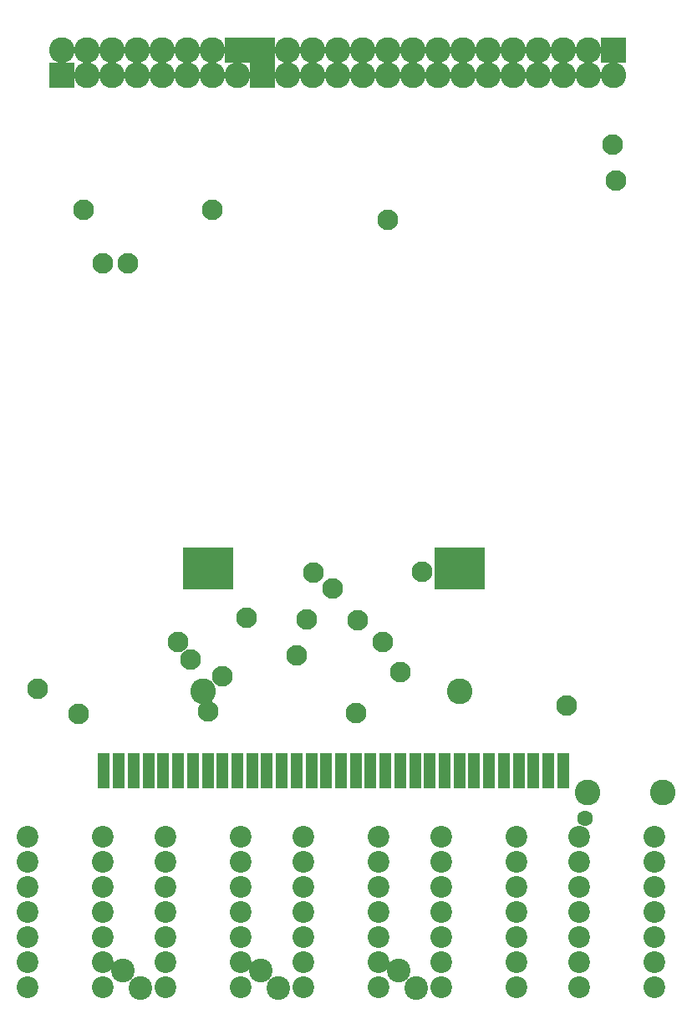
<source format=gbr>
%FSLAX34Y34*%
%MOMM*%
%LNSOLDERMASK_TOP*%
G71*
G01*
%ADD10C, 2.60*%
%ADD11C, 2.20*%
%ADD12R, 1.20X3.62*%
%ADD13R, 5.20X4.20*%
%ADD14C, 2.10*%
%ADD15C, 1.60*%
%ADD16C, 2.60*%
%ADD17C, 2.60*%
%ADD18C, 2.40*%
%LPD*%
X206375Y977900D02*
G54D10*
D03*
X206375Y952500D02*
G54D10*
D03*
X180975Y977900D02*
G54D10*
D03*
X180975Y952500D02*
G54D10*
D03*
X155575Y977900D02*
G54D10*
D03*
G36*
X168575Y965500D02*
X168575Y939500D01*
X142575Y939500D01*
X142575Y965500D01*
X168575Y965500D01*
G37*
G36*
X346375Y990900D02*
X346375Y964900D01*
X320375Y964900D01*
X320375Y990900D01*
X346375Y990900D01*
G37*
X333375Y952500D02*
G54D10*
D03*
X307975Y977900D02*
G54D10*
D03*
X307975Y952500D02*
G54D10*
D03*
X282575Y977900D02*
G54D10*
D03*
X282575Y952500D02*
G54D10*
D03*
X257175Y977900D02*
G54D10*
D03*
X257175Y952500D02*
G54D10*
D03*
X231775Y977900D02*
G54D10*
D03*
X231775Y952500D02*
G54D10*
D03*
X460375Y977900D02*
G54D10*
D03*
X460375Y952500D02*
G54D10*
D03*
X434975Y977900D02*
G54D10*
D03*
X434975Y952500D02*
G54D10*
D03*
X409575Y977900D02*
G54D10*
D03*
X409575Y952500D02*
G54D10*
D03*
X384175Y977900D02*
G54D10*
D03*
X384175Y952500D02*
G54D10*
D03*
G36*
X371775Y990900D02*
X371775Y964900D01*
X345775Y964900D01*
X345775Y990900D01*
X371775Y990900D01*
G37*
G36*
X371775Y965500D02*
X371775Y939500D01*
X345775Y939500D01*
X345775Y965500D01*
X371775Y965500D01*
G37*
X587375Y977900D02*
G54D10*
D03*
X587375Y952500D02*
G54D10*
D03*
X561975Y977900D02*
G54D10*
D03*
X561975Y952500D02*
G54D10*
D03*
X536575Y977900D02*
G54D10*
D03*
X536575Y952500D02*
G54D10*
D03*
X511175Y977900D02*
G54D10*
D03*
X511175Y952500D02*
G54D10*
D03*
X485775Y977900D02*
G54D10*
D03*
X485775Y952500D02*
G54D10*
D03*
G36*
X727375Y990900D02*
X727375Y964900D01*
X701375Y964900D01*
X701375Y990900D01*
X727375Y990900D01*
G37*
X714375Y952500D02*
G54D10*
D03*
X688975Y977900D02*
G54D10*
D03*
X688975Y952500D02*
G54D10*
D03*
X663575Y977900D02*
G54D10*
D03*
X663575Y952500D02*
G54D10*
D03*
X638175Y977900D02*
G54D10*
D03*
X638175Y952500D02*
G54D10*
D03*
X612775Y977900D02*
G54D10*
D03*
X612775Y952500D02*
G54D10*
D03*
X120650Y180975D02*
G54D11*
D03*
X120650Y155575D02*
G54D11*
D03*
X120650Y130175D02*
G54D11*
D03*
X120650Y104775D02*
G54D11*
D03*
X196850Y180975D02*
G54D11*
D03*
X196850Y155575D02*
G54D11*
D03*
X196850Y130175D02*
G54D11*
D03*
X196850Y104775D02*
G54D11*
D03*
X120650Y79375D02*
G54D11*
D03*
X196850Y79375D02*
G54D11*
D03*
X120650Y53975D02*
G54D11*
D03*
X120650Y28575D02*
G54D11*
D03*
X196850Y53975D02*
G54D11*
D03*
X196850Y28575D02*
G54D11*
D03*
X400050Y180975D02*
G54D11*
D03*
X400050Y155575D02*
G54D11*
D03*
X400050Y130175D02*
G54D11*
D03*
X400050Y104775D02*
G54D11*
D03*
X476250Y180975D02*
G54D11*
D03*
X476250Y155575D02*
G54D11*
D03*
X476250Y130175D02*
G54D11*
D03*
X476250Y104775D02*
G54D11*
D03*
X400050Y79375D02*
G54D11*
D03*
X476250Y79375D02*
G54D11*
D03*
X400050Y53975D02*
G54D11*
D03*
X400050Y28575D02*
G54D11*
D03*
X476250Y53975D02*
G54D11*
D03*
X476250Y28575D02*
G54D11*
D03*
X539750Y180975D02*
G54D11*
D03*
X539750Y155575D02*
G54D11*
D03*
X539750Y130175D02*
G54D11*
D03*
X539750Y104775D02*
G54D11*
D03*
X615950Y180975D02*
G54D11*
D03*
X615950Y155575D02*
G54D11*
D03*
X615950Y130175D02*
G54D11*
D03*
X615950Y104775D02*
G54D11*
D03*
X539750Y79375D02*
G54D11*
D03*
X615950Y79375D02*
G54D11*
D03*
X539750Y53975D02*
G54D11*
D03*
X539750Y28575D02*
G54D11*
D03*
X615950Y53975D02*
G54D11*
D03*
X615950Y28575D02*
G54D11*
D03*
X679450Y180975D02*
G54D11*
D03*
X679450Y155575D02*
G54D11*
D03*
X679450Y130175D02*
G54D11*
D03*
X679450Y104775D02*
G54D11*
D03*
X755650Y180975D02*
G54D11*
D03*
X755650Y155575D02*
G54D11*
D03*
X755650Y130175D02*
G54D11*
D03*
X755650Y104775D02*
G54D11*
D03*
X679450Y79375D02*
G54D11*
D03*
X755650Y79375D02*
G54D11*
D03*
X679450Y53975D02*
G54D11*
D03*
X679450Y28575D02*
G54D11*
D03*
X755650Y53975D02*
G54D11*
D03*
X755650Y28575D02*
G54D11*
D03*
X198350Y248375D02*
G54D12*
D03*
X213350Y248375D02*
G54D12*
D03*
X228350Y248375D02*
G54D12*
D03*
X243350Y248375D02*
G54D12*
D03*
X258350Y248375D02*
G54D12*
D03*
X273350Y248375D02*
G54D12*
D03*
X288350Y248375D02*
G54D12*
D03*
X303350Y248375D02*
G54D12*
D03*
X318350Y248375D02*
G54D12*
D03*
X333350Y248375D02*
G54D12*
D03*
X348350Y248375D02*
G54D12*
D03*
X363350Y248375D02*
G54D12*
D03*
X378350Y248375D02*
G54D12*
D03*
X393350Y248375D02*
G54D12*
D03*
X408350Y248375D02*
G54D12*
D03*
X423350Y248375D02*
G54D12*
D03*
X438350Y248375D02*
G54D12*
D03*
X453350Y248375D02*
G54D12*
D03*
X468350Y248375D02*
G54D12*
D03*
X483350Y248375D02*
G54D12*
D03*
X498350Y248375D02*
G54D12*
D03*
X513350Y248375D02*
G54D12*
D03*
X528350Y248375D02*
G54D12*
D03*
X543350Y248375D02*
G54D12*
D03*
X558350Y248375D02*
G54D12*
D03*
X573350Y248375D02*
G54D12*
D03*
X588350Y248375D02*
G54D12*
D03*
X603350Y248375D02*
G54D12*
D03*
X618350Y248375D02*
G54D12*
D03*
X633350Y248375D02*
G54D12*
D03*
X648350Y248375D02*
G54D12*
D03*
X663350Y248375D02*
G54D12*
D03*
X303350Y453375D02*
G54D13*
D03*
X558350Y453375D02*
G54D13*
D03*
X222250Y762000D02*
G54D14*
D03*
X196850Y762000D02*
G54D14*
D03*
X285750Y360675D02*
G54D14*
D03*
X273050Y378775D02*
G54D14*
D03*
X393700Y365125D02*
G54D14*
D03*
X403350Y401475D02*
G54D14*
D03*
X410650Y448375D02*
G54D14*
D03*
X430150Y433075D02*
G54D14*
D03*
X455100Y400750D02*
G54D14*
D03*
X480500Y378525D02*
G54D14*
D03*
X318350Y343375D02*
G54D14*
D03*
X303350Y308375D02*
G54D14*
D03*
X342900Y403225D02*
G54D14*
D03*
X453350Y306550D02*
G54D14*
D03*
X498350Y347825D02*
G54D14*
D03*
X485775Y806450D02*
G54D14*
D03*
X520575Y449425D02*
G54D14*
D03*
X716661Y845665D02*
G54D14*
D03*
X685320Y199680D02*
G54D15*
D03*
X713900Y882100D02*
G54D14*
D03*
X307975Y815975D02*
G54D14*
D03*
X177800Y815975D02*
G54D14*
D03*
X666750Y314325D02*
G54D14*
D03*
X298350Y328375D02*
G54D16*
D03*
X558350Y328375D02*
G54D16*
D03*
X260350Y180975D02*
G54D11*
D03*
X260350Y155575D02*
G54D11*
D03*
X260350Y130175D02*
G54D11*
D03*
X260350Y104775D02*
G54D11*
D03*
X336550Y180975D02*
G54D11*
D03*
X336550Y155575D02*
G54D11*
D03*
X336550Y130175D02*
G54D11*
D03*
X336550Y104775D02*
G54D11*
D03*
X260350Y79375D02*
G54D11*
D03*
X336550Y79375D02*
G54D11*
D03*
X260350Y53975D02*
G54D11*
D03*
X260350Y28575D02*
G54D11*
D03*
X336550Y53975D02*
G54D11*
D03*
X336550Y28575D02*
G54D11*
D03*
X172300Y305275D02*
G54D14*
D03*
X131025Y330675D02*
G54D14*
D03*
X764752Y226318D02*
G54D17*
D03*
X688552Y226318D02*
G54D17*
D03*
X357208Y45939D02*
G54D18*
D03*
X374885Y28261D02*
G54D18*
D03*
X217508Y45939D02*
G54D18*
D03*
X235185Y28261D02*
G54D18*
D03*
X496908Y45939D02*
G54D18*
D03*
X514585Y28261D02*
G54D18*
D03*
M02*

</source>
